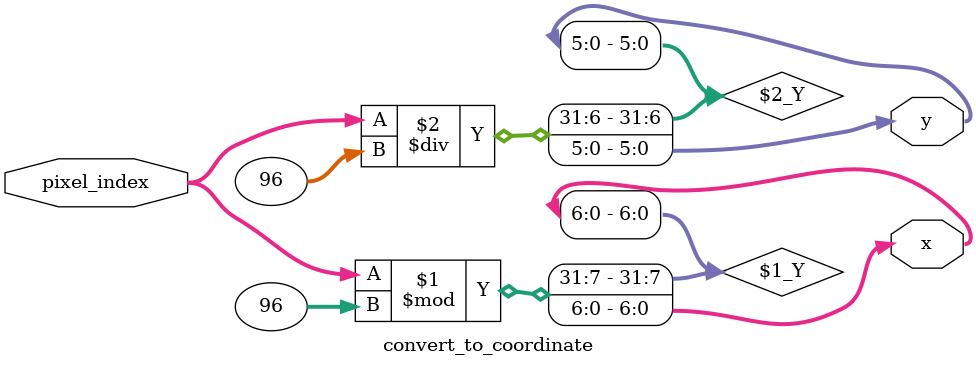
<source format=v>
`timescale 1ns / 1ps

`define OLED_WIDTH 96
`define OLED_HEIGHT 64 

module convert_to_coordinate(
    input [12:0] pixel_index,
    output [6:0]x,
    output [5:0]y
    );
    
    assign x = pixel_index % `OLED_WIDTH;
    assign y = pixel_index / `OLED_WIDTH;    
endmodule

</source>
